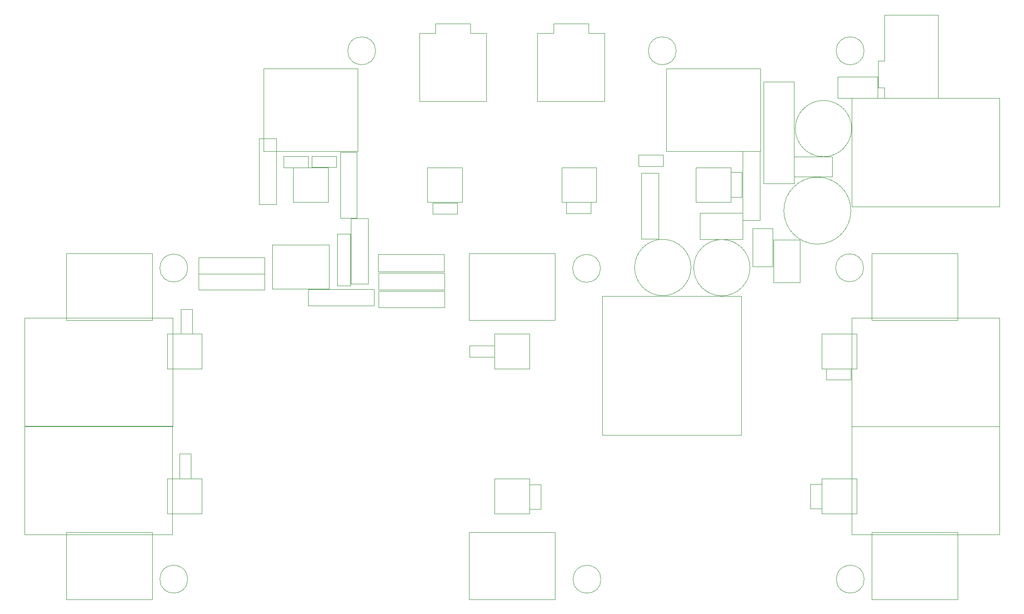
<source format=gbr>
%TF.GenerationSoftware,KiCad,Pcbnew,7.0.1.1-36-gbcf78dbe24-dirty-deb11*%
%TF.CreationDate,2023-04-24T19:27:53+00:00*%
%TF.ProjectId,pedalboard-hw,70656461-6c62-46f6-9172-642d68772e6b,2.0.0*%
%TF.SameCoordinates,Original*%
%TF.FileFunction,Other,User*%
%FSLAX46Y46*%
G04 Gerber Fmt 4.6, Leading zero omitted, Abs format (unit mm)*
G04 Created by KiCad (PCBNEW 7.0.1.1-36-gbcf78dbe24-dirty-deb11) date 2023-04-24 19:27:53*
%MOMM*%
%LPD*%
G01*
G04 APERTURE LIST*
%ADD10C,0.050000*%
G04 APERTURE END LIST*
D10*
%TO.C,H1*%
X170620000Y-121500000D02*
G75*
G03*
X170620000Y-121500000I-2600000J0D01*
G01*
%TO.C,C5*%
X147850000Y-45650000D02*
X145750000Y-45650000D01*
X145750000Y-45650000D02*
X145750000Y-50250000D01*
X147850000Y-50250000D02*
X147850000Y-45650000D01*
X145750000Y-50250000D02*
X147850000Y-50250000D01*
%TO.C,J16*%
X122250000Y-32450000D02*
X122250000Y-19750000D01*
X122250000Y-19750000D02*
X119250000Y-19750000D01*
X119250000Y-19750000D02*
X119250000Y-17950000D01*
X119250000Y-17950000D02*
X112750000Y-17950000D01*
X112750000Y-19750000D02*
X109750000Y-19750000D01*
X112750000Y-17950000D02*
X112750000Y-19750000D01*
X109750000Y-32450000D02*
X122250000Y-32450000D01*
X109750000Y-20000000D02*
X109750000Y-32450000D01*
X109750000Y-19750000D02*
X109750000Y-20000000D01*
%TO.C,H7*%
X135600000Y-23000000D02*
G75*
G03*
X135600000Y-23000000I-2600000J0D01*
G01*
%TO.C,J12*%
X41730000Y-92970000D02*
X41730000Y-113200000D01*
X41730000Y-92970000D02*
X14200000Y-92970000D01*
X14200000Y-113200000D02*
X41730000Y-113200000D01*
X14200000Y-92970000D02*
X14200000Y-113200000D01*
%TO.C,C16*%
X157587600Y-42750000D02*
X157587600Y-46450000D01*
X157587600Y-46450000D02*
X164687600Y-46450000D01*
X164687600Y-42750000D02*
X157587600Y-42750000D01*
X164687600Y-46450000D02*
X164687600Y-42750000D01*
%TO.C,J13*%
X184400000Y-31800000D02*
X184400000Y-16300000D01*
X184400000Y-16300000D02*
X174400000Y-16300000D01*
X174400000Y-31800000D02*
X184400000Y-31800000D01*
X174400000Y-29900000D02*
X174400000Y-31800000D01*
X174400000Y-16300000D02*
X174400000Y-24900000D01*
X173200000Y-29900000D02*
X174400000Y-29900000D01*
X173200000Y-29900000D02*
X173200000Y-24900000D01*
X173200000Y-24900000D02*
X174400000Y-24900000D01*
%TO.C,L5*%
X132300000Y-45770000D02*
X129100000Y-45770000D01*
X129100000Y-45770000D02*
X129100000Y-58030000D01*
X132300000Y-58030000D02*
X132300000Y-45770000D01*
X129100000Y-58030000D02*
X132300000Y-58030000D01*
%TO.C,D3*%
X114250000Y-44750000D02*
X114250000Y-51250000D01*
X114250000Y-51250000D02*
X120750000Y-51250000D01*
X120750000Y-44750000D02*
X114250000Y-44750000D01*
X120750000Y-51250000D02*
X120750000Y-44750000D01*
%TO.C,J11*%
X41765000Y-72770000D02*
X41765000Y-93000000D01*
X41765000Y-72770000D02*
X14235000Y-72770000D01*
X14235000Y-93000000D02*
X41765000Y-93000000D01*
X14235000Y-72770000D02*
X14235000Y-93000000D01*
%TO.C,PS1*%
X147750000Y-68730000D02*
X121850000Y-68730000D01*
X121850000Y-68730000D02*
X121850000Y-94630000D01*
X147750000Y-94630000D02*
X147750000Y-68730000D01*
X121850000Y-94630000D02*
X147750000Y-94630000D01*
%TO.C,J10*%
X168270000Y-113225000D02*
X168270000Y-92995000D01*
X168270000Y-113225000D02*
X195800000Y-113225000D01*
X195800000Y-92995000D02*
X168270000Y-92995000D01*
X195800000Y-113225000D02*
X195800000Y-92995000D01*
%TO.C,H5*%
X44600000Y-63500000D02*
G75*
G03*
X44600000Y-63500000I-2600000J0D01*
G01*
%TO.C,D4*%
X139250000Y-44750000D02*
X139250000Y-51250000D01*
X139250000Y-51250000D02*
X145750000Y-51250000D01*
X145750000Y-44750000D02*
X139250000Y-44750000D01*
X145750000Y-51250000D02*
X145750000Y-44750000D01*
%TO.C,C10*%
X110360000Y-103880000D02*
X108260000Y-103880000D01*
X108260000Y-103880000D02*
X108260000Y-108480000D01*
X110360000Y-108480000D02*
X110360000Y-103880000D01*
X108260000Y-108480000D02*
X110360000Y-108480000D01*
%TO.C,D7*%
X101750000Y-102750000D02*
X101750000Y-109250000D01*
X101750000Y-109250000D02*
X108250000Y-109250000D01*
X108250000Y-102750000D02*
X101750000Y-102750000D01*
X108250000Y-109250000D02*
X108250000Y-102750000D01*
%TO.C,H3*%
X121580000Y-121520000D02*
G75*
G03*
X121580000Y-121520000I-2600000J0D01*
G01*
%TO.C,C11*%
X160570000Y-108350000D02*
X162670000Y-108350000D01*
X162670000Y-108350000D02*
X162670000Y-103750000D01*
X160570000Y-103750000D02*
X160570000Y-108350000D01*
X162670000Y-103750000D02*
X160570000Y-103750000D01*
%TO.C,C9*%
X43105000Y-102750000D02*
X45205000Y-102750000D01*
X45205000Y-102750000D02*
X45205000Y-98150000D01*
X43105000Y-98150000D02*
X43105000Y-102750000D01*
X45205000Y-98150000D02*
X43105000Y-98150000D01*
%TO.C,SW2*%
X97000000Y-60750000D02*
X97000000Y-73250000D01*
X97000000Y-73250000D02*
X113000000Y-73250000D01*
X113000000Y-60750000D02*
X97000000Y-60750000D01*
X113000000Y-73250000D02*
X113000000Y-60750000D01*
%TO.C,D9*%
X40750000Y-75750000D02*
X40750000Y-82250000D01*
X40750000Y-82250000D02*
X47250000Y-82250000D01*
X47250000Y-75750000D02*
X40750000Y-75750000D01*
X47250000Y-82250000D02*
X47250000Y-75750000D01*
%TO.C,R5*%
X73075000Y-54155000D02*
X76075000Y-54155000D01*
X76075000Y-54155000D02*
X76075000Y-41895000D01*
X73075000Y-41895000D02*
X73075000Y-54155000D01*
X76075000Y-41895000D02*
X73075000Y-41895000D01*
%TO.C,U2*%
X70925000Y-67350000D02*
X70925000Y-59200000D01*
X70925000Y-59200000D02*
X60375000Y-59200000D01*
X60375000Y-67350000D02*
X70925000Y-67350000D01*
X60375000Y-59200000D02*
X60375000Y-67350000D01*
%TO.C,H6*%
X79600000Y-23000000D02*
G75*
G03*
X79600000Y-23000000I-2600000J0D01*
G01*
%TO.C,L6*%
X168150000Y-52800000D02*
G75*
G03*
X168150000Y-52800000I-6250000J0D01*
G01*
%TO.C,J3*%
X168285000Y-52030000D02*
X168285000Y-31800000D01*
X168285000Y-52030000D02*
X195815000Y-52030000D01*
X195815000Y-31800000D02*
X168285000Y-31800000D01*
X195815000Y-52030000D02*
X195815000Y-31800000D01*
%TO.C,C1*%
X62425000Y-42650000D02*
X62425000Y-44750000D01*
X62425000Y-44750000D02*
X67025000Y-44750000D01*
X67025000Y-42650000D02*
X62425000Y-42650000D01*
X67025000Y-44750000D02*
X67025000Y-42650000D01*
%TO.C,D2*%
X89250000Y-44750000D02*
X89250000Y-51250000D01*
X89250000Y-51250000D02*
X95750000Y-51250000D01*
X95750000Y-44750000D02*
X89250000Y-44750000D01*
X95750000Y-51250000D02*
X95750000Y-44750000D01*
%TO.C,SW7*%
X58750000Y-26300000D02*
X58750000Y-41700000D01*
X58750000Y-26300000D02*
X76250000Y-26300000D01*
X76250000Y-41700000D02*
X58750000Y-41700000D01*
X76250000Y-41700000D02*
X76250000Y-26300000D01*
%TO.C,C2*%
X67700000Y-42625000D02*
X67700000Y-44725000D01*
X67700000Y-44725000D02*
X72300000Y-44725000D01*
X72300000Y-42625000D02*
X67700000Y-42625000D01*
X72300000Y-44725000D02*
X72300000Y-42625000D01*
%TO.C,C8*%
X163520000Y-82250000D02*
X163520000Y-84350000D01*
X163520000Y-84350000D02*
X168120000Y-84350000D01*
X168120000Y-82250000D02*
X163520000Y-82250000D01*
X168120000Y-84350000D02*
X168120000Y-82250000D01*
%TO.C,C14*%
X149350000Y-63432323D02*
G75*
G03*
X149350000Y-63432323I-5250000J0D01*
G01*
%TO.C,R1*%
X79330000Y-70480000D02*
X79330000Y-67480000D01*
X79330000Y-67480000D02*
X67070000Y-67480000D01*
X67070000Y-70480000D02*
X79330000Y-70480000D01*
X67070000Y-67480000D02*
X67070000Y-70480000D01*
%TO.C,H2*%
X170500000Y-63450000D02*
G75*
G03*
X170500000Y-63450000I-2600000J0D01*
G01*
%TO.C,C15*%
X138350000Y-63400000D02*
G75*
G03*
X138350000Y-63400000I-5250000J0D01*
G01*
%TO.C,D1*%
X64250000Y-44750000D02*
X64250000Y-51250000D01*
X64250000Y-51250000D02*
X70750000Y-51250000D01*
X70750000Y-44750000D02*
X64250000Y-44750000D01*
X70750000Y-51250000D02*
X70750000Y-44750000D01*
%TO.C,C3*%
X90200000Y-51350000D02*
X90200000Y-53450000D01*
X90200000Y-53450000D02*
X94800000Y-53450000D01*
X94800000Y-51350000D02*
X90200000Y-51350000D01*
X94800000Y-53450000D02*
X94800000Y-51350000D01*
%TO.C,H9*%
X44600000Y-121500000D02*
G75*
G03*
X44600000Y-121500000I-2600000J0D01*
G01*
%TO.C,J9*%
X168270000Y-93010000D02*
X168270000Y-72780000D01*
X168270000Y-93010000D02*
X195800000Y-93010000D01*
X195800000Y-72780000D02*
X168270000Y-72780000D01*
X195800000Y-93010000D02*
X195800000Y-72780000D01*
%TO.C,SW1*%
X22000000Y-60750000D02*
X22000000Y-73250000D01*
X22000000Y-73250000D02*
X38000000Y-73250000D01*
X38000000Y-60750000D02*
X22000000Y-60750000D01*
X38000000Y-73250000D02*
X38000000Y-60750000D01*
%TO.C,C12*%
X128600000Y-42420000D02*
X128600000Y-44520000D01*
X128600000Y-44520000D02*
X133200000Y-44520000D01*
X133200000Y-42420000D02*
X128600000Y-42420000D01*
X133200000Y-44520000D02*
X133200000Y-42420000D01*
%TO.C,R3*%
X46645000Y-61550000D02*
X46645000Y-64550000D01*
X46645000Y-64550000D02*
X58905000Y-64550000D01*
X58905000Y-61550000D02*
X46645000Y-61550000D01*
X58905000Y-64550000D02*
X58905000Y-61550000D01*
%TO.C,C13*%
X168282323Y-37500000D02*
G75*
G03*
X168282323Y-37500000I-5250000J0D01*
G01*
%TO.C,D5*%
X162750000Y-75750000D02*
X162750000Y-82250000D01*
X162750000Y-82250000D02*
X169250000Y-82250000D01*
X169250000Y-75750000D02*
X162750000Y-75750000D01*
X169250000Y-82250000D02*
X169250000Y-75750000D01*
%TO.C,R4*%
X80140000Y-67840000D02*
X80140000Y-70840000D01*
X80140000Y-70840000D02*
X92400000Y-70840000D01*
X92400000Y-67840000D02*
X80140000Y-67840000D01*
X92400000Y-70840000D02*
X92400000Y-67840000D01*
%TO.C,D10*%
X40750000Y-102750000D02*
X40750000Y-109250000D01*
X40750000Y-109250000D02*
X47250000Y-109250000D01*
X47250000Y-102750000D02*
X40750000Y-102750000D01*
X47250000Y-109250000D02*
X47250000Y-102750000D01*
%TO.C,L1*%
X78200000Y-54220000D02*
X75000000Y-54220000D01*
X75000000Y-54220000D02*
X75000000Y-66480000D01*
X78200000Y-66480000D02*
X78200000Y-54220000D01*
X75000000Y-66480000D02*
X78200000Y-66480000D01*
%TO.C,C18*%
X148000000Y-58150000D02*
X148000000Y-53250000D01*
X148000000Y-53250000D02*
X140000000Y-53250000D01*
X140000000Y-58150000D02*
X148000000Y-58150000D01*
X140000000Y-53250000D02*
X140000000Y-58150000D01*
%TO.C,D11*%
X72450000Y-66825000D02*
X74950000Y-66825000D01*
X74950000Y-66825000D02*
X74950000Y-57105000D01*
X72450000Y-57105000D02*
X72450000Y-66825000D01*
X74950000Y-57105000D02*
X72450000Y-57105000D01*
%TO.C,C4*%
X115100000Y-51250000D02*
X115100000Y-53350000D01*
X115100000Y-53350000D02*
X119700000Y-53350000D01*
X119700000Y-51250000D02*
X115100000Y-51250000D01*
X119700000Y-53350000D02*
X119700000Y-51250000D01*
%TO.C,D12*%
X151850000Y-47750000D02*
X157550000Y-47750000D01*
X157550000Y-47750000D02*
X157550000Y-28810000D01*
X151850000Y-28810000D02*
X151850000Y-47750000D01*
X157550000Y-28810000D02*
X151850000Y-28810000D01*
%TO.C,L2*%
X92330000Y-64175000D02*
X92330000Y-60975000D01*
X92330000Y-60975000D02*
X80070000Y-60975000D01*
X80070000Y-64175000D02*
X92330000Y-64175000D01*
X80070000Y-60975000D02*
X80070000Y-64175000D01*
%TO.C,F1*%
X173150000Y-31800000D02*
X173150000Y-27800000D01*
X173150000Y-27800000D02*
X165650000Y-27800000D01*
X165650000Y-31800000D02*
X173150000Y-31800000D01*
X165650000Y-27800000D02*
X165650000Y-31800000D01*
%TO.C,H4*%
X121500000Y-63565600D02*
G75*
G03*
X121500000Y-63565600I-2600000J0D01*
G01*
%TO.C,C17*%
X153550000Y-56150000D02*
X149850000Y-56150000D01*
X149850000Y-56150000D02*
X149850000Y-63250000D01*
X153550000Y-63250000D02*
X153550000Y-56150000D01*
X149850000Y-63250000D02*
X153550000Y-63250000D01*
%TO.C,D6*%
X162750000Y-102750000D02*
X162750000Y-109250000D01*
X162750000Y-109250000D02*
X169250000Y-109250000D01*
X169250000Y-102750000D02*
X162750000Y-102750000D01*
X169250000Y-109250000D02*
X169250000Y-102750000D01*
%TO.C,SW6*%
X172000000Y-112750000D02*
X172000000Y-125250000D01*
X172000000Y-125250000D02*
X188000000Y-125250000D01*
X188000000Y-112750000D02*
X172000000Y-112750000D01*
X188000000Y-125250000D02*
X188000000Y-112750000D01*
%TO.C,SW3*%
X172000000Y-60750000D02*
X172000000Y-73250000D01*
X172000000Y-73250000D02*
X188000000Y-73250000D01*
X188000000Y-60750000D02*
X172000000Y-60750000D01*
X188000000Y-73250000D02*
X188000000Y-60750000D01*
%TO.C,C7*%
X101720000Y-80100000D02*
X101720000Y-78000000D01*
X101720000Y-78000000D02*
X97120000Y-78000000D01*
X97120000Y-80100000D02*
X101720000Y-80100000D01*
X97120000Y-78000000D02*
X97120000Y-80100000D01*
%TO.C,SW4*%
X22000000Y-112750000D02*
X22000000Y-125250000D01*
X22000000Y-125250000D02*
X38000000Y-125250000D01*
X38000000Y-112750000D02*
X22000000Y-112750000D01*
X38000000Y-125250000D02*
X38000000Y-112750000D01*
%TO.C,H8*%
X170600000Y-23000000D02*
G75*
G03*
X170600000Y-23000000I-2600000J0D01*
G01*
%TO.C,L4*%
X92400000Y-67580000D02*
X92400000Y-64380000D01*
X92400000Y-64380000D02*
X80140000Y-64380000D01*
X80140000Y-67580000D02*
X92400000Y-67580000D01*
X80140000Y-64380000D02*
X80140000Y-67580000D01*
%TO.C,SW8*%
X133750000Y-26300000D02*
X133750000Y-41700000D01*
X133750000Y-26300000D02*
X151250000Y-26300000D01*
X151250000Y-41700000D02*
X133750000Y-41700000D01*
X151250000Y-41700000D02*
X151250000Y-26300000D01*
%TO.C,R2*%
X46645000Y-64550000D02*
X46645000Y-67550000D01*
X46645000Y-67550000D02*
X58905000Y-67550000D01*
X58905000Y-64550000D02*
X46645000Y-64550000D01*
X58905000Y-67550000D02*
X58905000Y-64550000D01*
%TO.C,SW5*%
X97000000Y-112750000D02*
X97000000Y-125250000D01*
X97000000Y-125250000D02*
X113000000Y-125250000D01*
X113000000Y-112750000D02*
X97000000Y-112750000D01*
X113000000Y-125250000D02*
X113000000Y-112750000D01*
%TO.C,C19*%
X153750000Y-66200000D02*
X158650000Y-66200000D01*
X158650000Y-66200000D02*
X158650000Y-58200000D01*
X153750000Y-58200000D02*
X153750000Y-66200000D01*
X158650000Y-58200000D02*
X153750000Y-58200000D01*
%TO.C,C6*%
X45405000Y-71150000D02*
X43305000Y-71150000D01*
X43305000Y-71150000D02*
X43305000Y-75750000D01*
X45405000Y-75750000D02*
X45405000Y-71150000D01*
X43305000Y-75750000D02*
X45405000Y-75750000D01*
%TO.C,D13*%
X151206000Y-41728400D02*
X148006000Y-41728400D01*
X148006000Y-41728400D02*
X148006000Y-54588400D01*
X151206000Y-54588400D02*
X151206000Y-41728400D01*
X148006000Y-54588400D02*
X151206000Y-54588400D01*
%TO.C,D8*%
X101750000Y-75750000D02*
X101750000Y-82250000D01*
X101750000Y-82250000D02*
X108250000Y-82250000D01*
X108250000Y-75750000D02*
X101750000Y-75750000D01*
X108250000Y-82250000D02*
X108250000Y-75750000D01*
%TO.C,L3*%
X61100000Y-39395000D02*
X57900000Y-39395000D01*
X57900000Y-39395000D02*
X57900000Y-51655000D01*
X61100000Y-51655000D02*
X61100000Y-39395000D01*
X57900000Y-51655000D02*
X61100000Y-51655000D01*
%TO.C,J17*%
X100250000Y-32450000D02*
X100250000Y-19750000D01*
X100250000Y-19750000D02*
X97250000Y-19750000D01*
X97250000Y-19750000D02*
X97250000Y-17950000D01*
X97250000Y-17950000D02*
X90750000Y-17950000D01*
X90750000Y-19750000D02*
X87750000Y-19750000D01*
X90750000Y-17950000D02*
X90750000Y-19750000D01*
X87750000Y-32450000D02*
X100250000Y-32450000D01*
X87750000Y-20000000D02*
X87750000Y-32450000D01*
X87750000Y-19750000D02*
X87750000Y-20000000D01*
%TD*%
M02*

</source>
